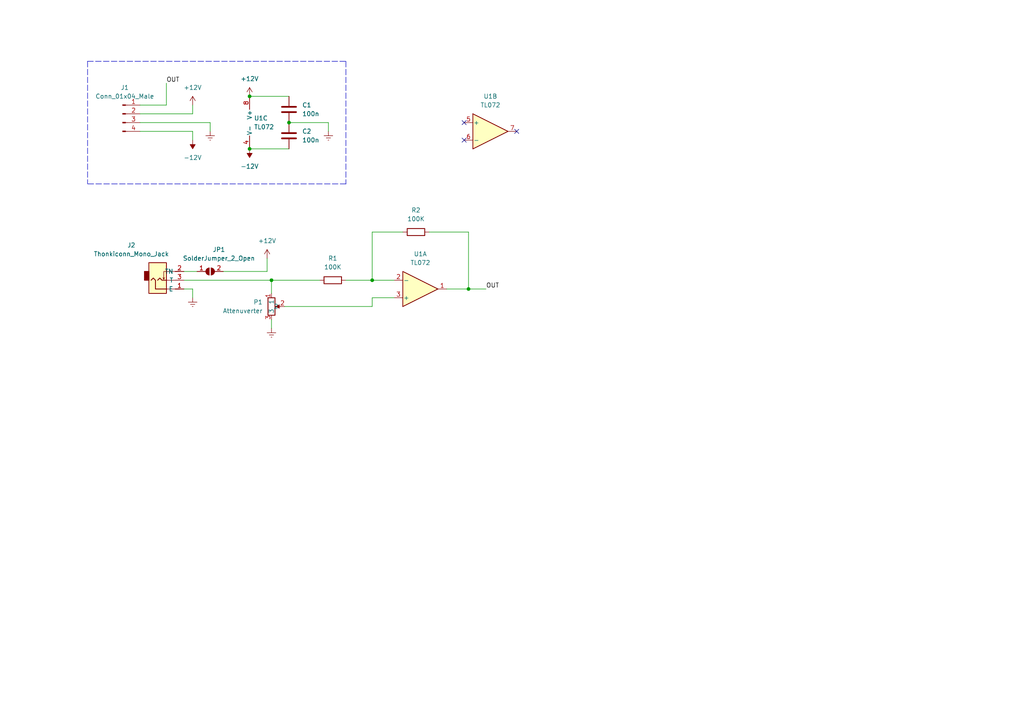
<source format=kicad_sch>
(kicad_sch (version 20211123) (generator eeschema)
  (paper "A4")
  (lib_symbols
    (symbol "Amplifier_Operational:TL072" (pin_names (offset 0.127))
      (property "Reference" "U" (at 0 5.08 0))
      (property "Value" "TL072" (at 0 -5.08 0))
      (symbol "TL072_1_1"
        (polyline (pts (xy -5.08 5.08) (xy 5.08 0) (xy -5.08 -5.08) (xy -5.08 5.08)) (stroke (width 0.254)) (fill (type background)))
        (pin output line (at 7.62 0 180) (length 2.54) (name "~") (number "1"))
        (pin input line (at -7.62 -2.54 0) (length 2.54) (name "-") (number "2"))
        (pin input line (at -7.62 2.54 0) (length 2.54) (name "+") (number "3"))
      )
      (symbol "TL072_2_1"
        (polyline (pts (xy -5.08 5.08) (xy 5.08 0) (xy -5.08 -5.08) (xy -5.08 5.08)) (stroke (width 0.254)) (fill (type background)))
        (pin input line (at -7.62 2.54 0) (length 2.54) (name "+") (number "5"))
        (pin input line (at -7.62 -2.54 0) (length 2.54) (name "-") (number "6"))
        (pin output line (at 7.62 0 180) (length 2.54) (name "~") (number "7"))
      )
      (symbol "TL072_3_1"
        (pin power_in line (at -2.54 -7.62 90) (length 3.81) (name "V-") (number "4"))
        (pin power_in line (at -2.54 7.62 270) (length 3.81) (name "V+") (number "8"))
      )
    )
    (symbol "Connector:Conn_01x04_Male" (pin_names (offset 1.016) hide)
      (property "Reference" "J" (at 0 5.08 0))
      (property "Value" "Conn_01x04_Male" (at 0 -7.62 0))
      (symbol "Conn_01x04_Male_1_1"
        (polyline (pts (xy 1.27 -5.08) (xy 0.8636 -5.08)) (stroke (width 0.1524)))
        (polyline (pts (xy 1.27 -2.54) (xy 0.8636 -2.54)) (stroke (width 0.1524)))
        (polyline (pts (xy 1.27 0) (xy 0.8636 0)) (stroke (width 0.1524)))
        (polyline (pts (xy 1.27 2.54) (xy 0.8636 2.54)) (stroke (width 0.1524)))
        (rectangle (start 0.8636 -4.953) (end 0 -5.207) (stroke (width 0.1524)) (fill (type outline)))
        (rectangle (start 0.8636 -2.413) (end 0 -2.667) (stroke (width 0.1524)) (fill (type outline)))
        (rectangle (start 0.8636 0.127) (end 0 -0.127) (stroke (width 0.1524)) (fill (type outline)))
        (rectangle (start 0.8636 2.667) (end 0 2.413) (stroke (width 0.1524)) (fill (type outline)))
        (pin passive line (at 5.08 2.54 180) (length 3.81) (name "Pin_1") (number "1"))
        (pin passive line (at 5.08 0 180) (length 3.81) (name "Pin_2") (number "2"))
        (pin passive line (at 5.08 -2.54 180) (length 3.81) (name "Pin_3") (number "3"))
        (pin passive line (at 5.08 -5.08 180) (length 3.81) (name "Pin_4") (number "4"))
      )
    )
    (symbol "Device:C" (pin_numbers hide) (pin_names (offset 0.254))
      (property "Reference" "C" (at 0.635 2.54 0))
      (property "Value" "C" (at 0.635 -2.54 0))
      (symbol "C_0_1"
        (polyline (pts (xy -2.032 -0.762) (xy 2.032 -0.762)) (stroke (width 0.508)))
        (polyline (pts (xy -2.032 0.762) (xy 2.032 0.762)) (stroke (width 0.508)))
      )
      (symbol "C_1_1"
        (pin passive line (at 0 3.81 270) (length 2.794) (name "~") (number "1"))
        (pin passive line (at 0 -3.81 90) (length 2.794) (name "~") (number "2"))
      )
    )
    (symbol "Device:R" (pin_numbers hide) (pin_names (offset 0))
      (property "Reference" "R" (at 2.032 0 90))
      (property "Value" "R" (at 0 0 90))
      (symbol "R_0_1"
        (rectangle (start -1.016 -2.54) (end 1.016 2.54) (stroke (width 0.254)))
      )
      (symbol "R_1_1"
        (pin passive line (at 0 3.81 270) (length 1.27) (name "~") (number "1"))
        (pin passive line (at 0 -3.81 90) (length 1.27) (name "~") (number "2"))
      )
    )
    (symbol "Eurorack:Potentiometer_9mm_Vertical_Linear"
      (property "Reference" "P" (at 0 2.54 0))
      (property "Value" "Potentiometer_9mm_Vertical_Linear" (at 0 11.43 0))
      (symbol "Potentiometer_9mm_Vertical_Linear_0_1"
        (polyline (pts (xy 2.54 0) (xy 1.524 0)))
        (polyline (pts (xy 1.143 0) (xy 2.286 0.508) (xy 2.286 -0.508) (xy 1.143 0)) (fill (type outline)))
        (rectangle (start 1.016 2.54) (end -1.016 -2.54) (stroke (width 0.254)))
      )
      (symbol "Potentiometer_9mm_Vertical_Linear_1_1"
        (pin passive line (at 0 3.81 270) (length 1.27) (name "1") (number "1"))
        (pin passive line (at 3.81 0 180) (length 1.27) (name "2") (number "2"))
        (pin passive line (at 0 -3.81 90) (length 1.27) (name "3") (number "3"))
      )
    )
    (symbol "Eurorack:Thonkiconn_Mono_Jack"
      (property "Reference" "J" (at 0 1.27 0))
      (property "Value" "Thonkiconn_Mono_Jack" (at 10.16 3.81 0))
      (symbol "Thonkiconn_Mono_Jack_0_1"
        (rectangle (start -1.27 -2.54) (end 0 -5.08) (stroke (width 0.254)) (fill (type outline)))
        (polyline (pts (xy 4.318 -4.826) (xy 4.572 -4.318)))
        (polyline (pts (xy 8.89 -7.62) (xy 5.08 -7.62)))
        (polyline (pts (xy 8.89 -5.08) (xy 5.08 -5.08)))
        (polyline (pts (xy 2.54 -5.08) (xy 3.175 -4.445) (xy 3.81 -5.08) (xy 5.08 -5.08)) (stroke (width 0.254)))
        (polyline (pts (xy 8.89 -2.54) (xy 4.318 -2.54) (xy 4.318 -4.826) (xy 4.064 -4.318)))
        (polyline (pts (xy 5.08 -7.62) (xy 1.905 -7.62) (xy 1.905 -5.08) (xy 1.27 -4.445) (xy 0.635 -5.08)) (stroke (width 0.254)))
        (rectangle (start 0 0) (end 5.08 -8.89) (stroke (width 0.254)) (fill (type background)))
      )
      (symbol "Thonkiconn_Mono_Jack_1_1"
        (pin passive line (at 10.16 -7.62 180) (length 2.54) (name "E") (number "1"))
        (pin passive line (at 10.16 -2.54 180) (length 2.54) (name "TN") (number "2"))
        (pin passive line (at 10.16 -5.08 180) (length 2.54) (name "T") (number "3"))
      )
    )
    (symbol "Jumper:SolderJumper_2_Open" (pin_names (offset 0) hide)
      (property "Reference" "JP" (at 0 2.032 0))
      (property "Value" "SolderJumper_2_Open" (at 0 -2.54 0))
      (symbol "SolderJumper_2_Open_0_1"
        (arc (start -0.254 1.016) (mid -1.27 0) (end -0.254 -1.016))
        (arc (start -0.254 1.016) (mid -1.27 0) (end -0.254 -1.016) (fill (type outline)))
        (polyline (pts (xy -0.254 1.016) (xy -0.254 -1.016)))
        (polyline (pts (xy 0.254 1.016) (xy 0.254 -1.016)))
        (arc (start 0.254 -1.016) (mid 1.27 0) (end 0.254 1.016))
        (arc (start 0.254 -1.016) (mid 1.27 0) (end 0.254 1.016) (fill (type outline)))
      )
      (symbol "SolderJumper_2_Open_1_1"
        (pin passive line (at -3.81 0 0) (length 2.54) (name "A") (number "1"))
        (pin passive line (at 3.81 0 180) (length 2.54) (name "B") (number "2"))
      )
    )
    (symbol "power:+12V" (power) (pin_names (offset 0))
      (property "Value" "+12V" (at 0 3.556 0))
      (symbol "+12V_0_1"
        (polyline (pts (xy -0.762 1.27) (xy 0 2.54)))
        (polyline (pts (xy 0 0) (xy 0 2.54)))
        (polyline (pts (xy 0 2.54) (xy 0.762 1.27)))
      )
      (symbol "+12V_1_1"
        (pin power_in line (at 0 0 90) (length 0) hide (name "+12V") (number "1"))
      )
    )
    (symbol "power:-12V" (power) (pin_names (offset 0))
      (property "Value" "-12V" (at 0 3.81 0))
      (symbol "-12V_0_0"
        (pin power_in line (at 0 0 90) (length 0) hide (name "-12V") (number "1"))
      )
      (symbol "-12V_0_1"
        (polyline (pts (xy 0 0) (xy 0 1.27) (xy 0.762 1.27) (xy 0 2.54) (xy -0.762 1.27) (xy 0 1.27)) (fill (type outline)))
      )
    )
    (symbol "power:Earth" (power) (pin_names (offset 0))
      (symbol "Earth_0_1"
        (polyline (pts (xy -0.635 -1.905) (xy 0.635 -1.905)))
        (polyline (pts (xy -0.127 -2.54) (xy 0.127 -2.54)))
        (polyline (pts (xy 0 -1.27) (xy 0 0)))
        (polyline (pts (xy 1.27 -1.27) (xy -1.27 -1.27)))
      )
      (symbol "Earth_1_1"
        (pin power_in line (at 0 0 270) (length 0) hide (name "Earth") (number "1"))
      )
    )
  )
  (junction (at 107.95 81.28))
  (junction (at 83.82 35.56))
  (junction (at 72.39 27.94))
  (junction (at 135.89 83.82))
  (junction (at 72.39 43.18))
  (junction (at 78.74 81.28))
  (no_connect (at 134.62 40.64))
  (no_connect (at 134.62 35.56))
  (no_connect (at 149.86 38.1))
  (wire (pts (xy 40.64 38.1) (xy 55.88 38.1)))
  (wire (pts (xy 77.47 78.74) (xy 77.47 74.93)))
  (wire (pts (xy 60.96 38.1) (xy 60.96 35.56)))
  (wire (pts (xy 55.88 86.36) (xy 55.88 83.82)))
  (wire (pts (xy 55.88 40.64) (xy 55.88 38.1)))
  (wire (pts (xy 95.25 38.1) (xy 95.25 35.56)))
  (wire (pts (xy 114.3 86.36) (xy 107.95 86.36)))
  (wire (pts (xy 64.77 78.74) (xy 77.47 78.74)))
  (wire (pts (xy 72.39 43.18) (xy 83.82 43.18)))
  (wire (pts (xy 107.95 67.31) (xy 107.95 81.28)))
  (polyline (pts (xy 25.4 17.78) (xy 25.4 53.34)))
  (wire (pts (xy 78.74 81.28) (xy 92.71 81.28)))
  (wire (pts (xy 107.95 86.36) (xy 107.95 88.9)))
  (polyline (pts (xy 100.33 17.78) (xy 100.33 53.34)))
  (wire (pts (xy 72.39 27.94) (xy 83.82 27.94)))
  (wire (pts (xy 95.25 35.56) (xy 83.82 35.56)))
  (wire (pts (xy 40.64 35.56) (xy 60.96 35.56)))
  (wire (pts (xy 78.74 92.71) (xy 78.74 95.25)))
  (wire (pts (xy 124.46 67.31) (xy 135.89 67.31)))
  (wire (pts (xy 107.95 88.9) (xy 82.55 88.9)))
  (polyline (pts (xy 25.4 17.78) (xy 100.33 17.78)))
  (wire (pts (xy 78.74 85.09) (xy 78.74 81.28)))
  (wire (pts (xy 135.89 67.31) (xy 135.89 83.82)))
  (wire (pts (xy 135.89 83.82) (xy 129.54 83.82)))
  (wire (pts (xy 55.88 83.82) (xy 53.34 83.82)))
  (wire (pts (xy 135.89 83.82) (xy 140.97 83.82)))
  (wire (pts (xy 107.95 81.28) (xy 114.3 81.28)))
  (wire (pts (xy 53.34 78.74) (xy 57.15 78.74)))
  (wire (pts (xy 55.88 30.48) (xy 55.88 33.02)))
  (polyline (pts (xy 100.33 53.34) (xy 25.4 53.34)))
  (wire (pts (xy 100.33 81.28) (xy 107.95 81.28)))
  (wire (pts (xy 78.74 81.28) (xy 53.34 81.28)))
  (wire (pts (xy 116.84 67.31) (xy 107.95 67.31)))
  (wire (pts (xy 40.64 33.02) (xy 55.88 33.02)))
  (wire (pts (xy 48.26 24.13) (xy 48.26 30.48)))
  (wire (pts (xy 48.26 30.48) (xy 40.64 30.48)))
  (label "OUT" (at 48.26 24.13 0))
  (label "OUT" (at 140.97 83.82 0))
  (symbol (lib_id "Eurorack:Thonkiconn_Mono_Jack") (at 43.18 76.2 0) (unit 1)
    (property "Reference" "J2" (at 38.1 71.12 0))
    (property "Value" "Thonkiconn_Mono_Jack" (at 38.1 73.66 0))
    (property "Footprint" "Eurorack:Thonkiconn Mono Jack" (effects hide))
  )
  (symbol (lib_id "power:Earth") (at 60.96 38.1 0) (unit 1)
    (property "Reference" "#PWR04" (effects hide))
    (property "Value" "Earth" (effects hide))
  )
  (symbol (lib_id "Amplifier_Operational:TL072") (at 142.24 38.1 0) (unit 2)
    (property "Reference" "U1" (at 142.24 27.94 0))
    (property "Value" "TL072" (at 142.24 30.48 0))
    (property "Footprint" "Package_SO:SOIC-8_3.9x4.9mm_P1.27mm" (effects hide))
    (property "Datasheet" "http://www.ti.com/lit/ds/symlink/tl071.pdf" (effects hide))
  )
  (symbol (lib_id "power:+12V") (at 55.88 30.48 0) (unit 1)
    (property "Reference" "#PWR01" (effects hide))
    (property "Value" "+12V" (at 55.88 25.4 0))
  )
  (symbol (lib_id "Amplifier_Operational:TL072") (at 74.93 35.56 0) (unit 3)
    (property "Reference" "U1" (at 73.66 34.2899 0) (effects (justify left)))
    (property "Value" "TL072" (at 73.66 36.8299 0) (effects (justify left)))
    (property "Footprint" "Package_SO:SOIC-8_3.9x4.9mm_P1.27mm" (effects hide))
    (property "Datasheet" "http://www.ti.com/lit/ds/symlink/tl071.pdf" (effects hide))
  )
  (symbol (lib_id "Device:C") (at 83.82 31.75 0) (unit 1)
    (property "Reference" "C1" (at 87.63 30.4799 0) (effects (justify left)))
    (property "Value" "100n" (at 87.63 33.0199 0) (effects (justify left)))
    (property "Footprint" "Capacitor_SMD:C_0805_2012Metric_Pad1.18x1.45mm_HandSolder" (effects hide))
  )
  (symbol (lib_id "power:Earth") (at 55.88 86.36 0) (unit 1)
    (property "Reference" "#PWR03" (effects hide))
    (property "Value" "Earth" (effects hide))
  )
  (symbol (lib_id "Amplifier_Operational:TL072") (at 121.92 83.82 0) (mirror x) (unit 1)
    (property "Reference" "U1" (at 121.92 73.66 0))
    (property "Value" "TL072" (at 121.92 76.2 0))
    (property "Footprint" "Package_SO:SOIC-8_3.9x4.9mm_P1.27mm" (effects hide))
    (property "Datasheet" "http://www.ti.com/lit/ds/symlink/tl071.pdf" (effects hide))
  )
  (symbol (lib_id "Jumper:SolderJumper_2_Open") (at 60.96 78.74 0) (unit 1)
    (property "Reference" "JP1" (at 63.5 72.39 0))
    (property "Value" "SolderJumper_2_Open" (at 63.5 74.93 0))
    (property "Footprint" "Jumper:SolderJumper-2_P1.3mm_Open_RoundedPad1.0x1.5mm" (effects hide))
  )
  (symbol (lib_id "power:Earth") (at 95.25 38.1 0) (unit 1)
    (property "Reference" "#PWR09" (effects hide))
    (property "Value" "Earth" (effects hide))
  )
  (symbol (lib_id "Device:C") (at 83.82 39.37 0) (unit 1)
    (property "Reference" "C2" (at 87.63 38.0999 0) (effects (justify left)))
    (property "Value" "100n" (at 87.63 40.6399 0) (effects (justify left)))
    (property "Footprint" "Capacitor_SMD:C_0805_2012Metric_Pad1.18x1.45mm_HandSolder" (effects hide))
  )
  (symbol (lib_id "power:-12V") (at 72.39 43.18 180) (unit 1)
    (property "Reference" "#PWR06" (effects hide))
    (property "Value" "-12V" (at 72.39 48.26 0))
  )
  (symbol (lib_id "power:-12V") (at 55.88 40.64 180) (unit 1)
    (property "Reference" "#PWR02" (effects hide))
    (property "Value" "-12V" (at 55.88 45.72 0))
  )
  (symbol (lib_id "power:+12V") (at 72.39 27.94 0) (unit 1)
    (property "Reference" "#PWR05" (effects hide))
    (property "Value" "+12V" (at 72.39 22.86 0))
  )
  (symbol (lib_id "power:Earth") (at 78.74 95.25 0) (unit 1)
    (property "Reference" "#PWR08" (effects hide))
    (property "Value" "Earth" (effects hide))
  )
  (symbol (lib_id "Device:R") (at 120.65 67.31 90) (unit 1)
    (property "Reference" "R2" (at 120.65 60.96 90))
    (property "Value" "100K" (at 120.65 63.5 90))
    (property "Footprint" "Resistor_SMD:R_0805_2012Metric_Pad1.20x1.40mm_HandSolder" (effects hide))
  )
  (symbol (lib_id "power:+12V") (at 77.47 74.93 0) (unit 1)
    (property "Reference" "#PWR07" (effects hide))
    (property "Value" "+12V" (at 77.47 69.85 0))
  )
  (symbol (lib_id "Device:R") (at 96.52 81.28 90) (unit 1)
    (property "Reference" "R1" (at 96.52 74.93 90))
    (property "Value" "100K" (at 96.52 77.47 90))
    (property "Footprint" "Resistor_SMD:R_0805_2012Metric_Pad1.20x1.40mm_HandSolder" (effects hide))
  )
  (symbol (lib_id "Eurorack:Potentiometer_9mm_Vertical_Linear") (at 78.74 88.9 0) (unit 1)
    (property "Reference" "P1" (at 76.2 87.6299 0) (effects (justify right)))
    (property "Value" "Attenuverter" (at 76.2 90.1699 0) (effects (justify right)))
    (property "Footprint" "Eurorack:Potentiometer 9mm Vertical Linear Centred" (effects hide))
  )
  (symbol (lib_id "Connector:Conn_01x04_Male") (at 35.56 33.02 0) (unit 1)
    (property "Reference" "J1" (at 36.195 25.4 0))
    (property "Value" "Conn_01x04_Male" (at 36.195 27.94 0))
    (property "Footprint" "Connector_PinHeader_2.54mm:PinHeader_1x04_P2.54mm_Vertical" (effects hide))
  )
)
</source>
